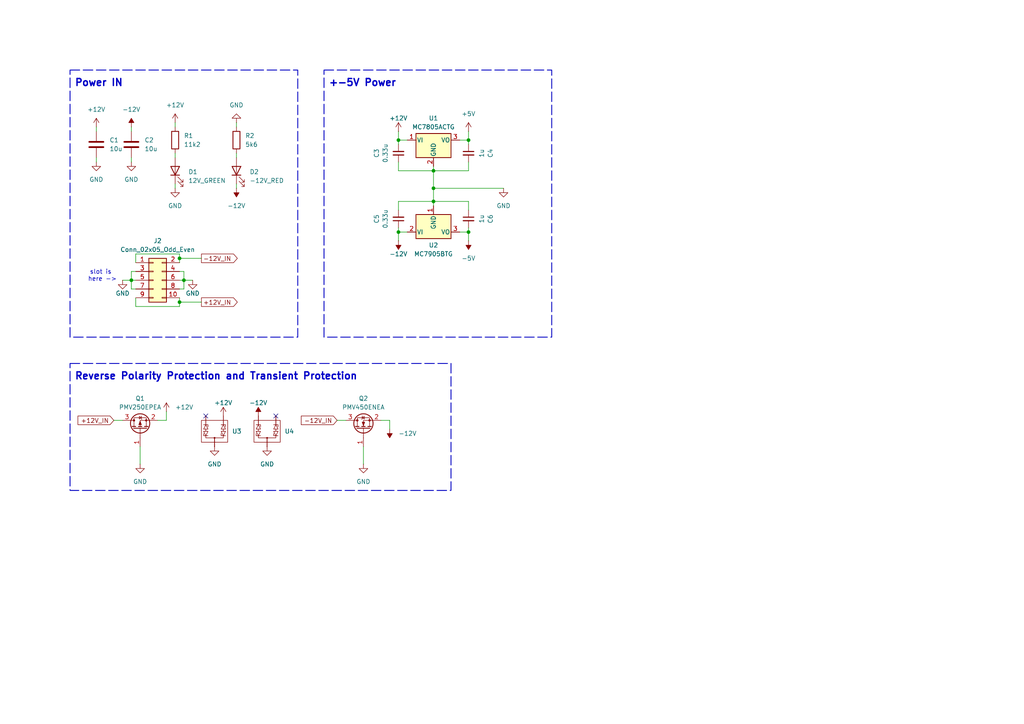
<source format=kicad_sch>
(kicad_sch (version 20231120) (generator "eeschema") (generator_version "8.0")
  (paper "A4")
  (title_block (title "Analog Computer Math Module") (date "2025-01-29") (rev "1") (company "Saal 2025") (comment 1 "Input Power"))
  (lib_symbols
    (symbol "Analog_computing:VCAN16A2-03S-E3-08" (pin_numbers hide) (pin_names (offset 0) hide)
      (property "Reference" "U" (at -1.27 0 0))
      (symbol "VCAN16A2-03S-E3-08_0_1"
        (polyline (pts (xy 0 -2.54) (xy 0.635 -2.54)))
        (polyline (pts (xy 0 2.54) (xy 0.635 2.54)))
        (polyline (pts (xy -1.27 -3.175) (xy -1.27 -1.905) (xy -0.635 -1.905)))
        (polyline (pts (xy -1.27 1.905) (xy -1.27 3.175) (xy -0.635 3.175)))
        (polyline (pts (xy 1.905 -1.905) (xy 1.905 -3.175) (xy 1.27 -3.175)))
        (polyline (pts (xy 1.905 3.175) (xy 1.905 1.905) (xy 1.27 1.905)))
        (polyline (pts (xy -1.27 -2.54) (xy 0 -1.905) (xy 0 -3.175) (xy -1.27 -2.54)))
        (polyline (pts (xy -1.27 2.54) (xy 0 3.175) (xy 0 1.905) (xy -1.27 2.54)))
        (polyline (pts (xy 0.635 -3.175) (xy 0.635 -1.905) (xy 1.905 -2.54) (xy 0.635 -3.175)))
        (polyline (pts (xy 0.635 3.175) (xy 0.635 1.905) (xy 1.905 2.54) (xy 0.635 3.175)))
        (polyline (pts (xy 1.905 2.54) (xy 2.54 2.54) (xy 2.54 -2.54) (xy 1.905 -2.54)))
      )
      (symbol "VCAN16A2-03S-E3-08_1_1"
        (rectangle (start -2.54 3.81) (end 3.81 -3.81))
        (circle (center 2.54 0) (radius 0.254) (stroke (width -0.0001)) (fill (type outline)))
        (pin input line (at -3.81 2.54 0) (length 2.54) (name "IN1") (number "1"))
        (pin input line (at -3.81 -2.54 0) (length 2.54) (name "IN2") (number "2"))
        (pin input line (at 5.08 0 180) (length 2.54) (name "OUT") (number "3"))
      )
    )
    (symbol "Connector_Generic:Conn_02x05_Odd_Even" (pin_names (offset 1.016) hide)
      (property "Reference" "J" (at 1.27 7.62 0))
      (property "Value" "Conn_02x05_Odd_Even" (at 1.27 -7.62 0))
      (symbol "Conn_02x05_Odd_Even_1_1"
        (rectangle (start -1.27 -4.953) (end 0 -5.207) (stroke (width 0.1524)))
        (rectangle (start -1.27 -2.413) (end 0 -2.667) (stroke (width 0.1524)))
        (rectangle (start -1.27 0.127) (end 0 -0.127) (stroke (width 0.1524)))
        (rectangle (start -1.27 2.667) (end 0 2.413) (stroke (width 0.1524)))
        (rectangle (start -1.27 5.207) (end 0 4.953) (stroke (width 0.1524)))
        (rectangle (start -1.27 6.35) (end 3.81 -6.35) (stroke (width 0.254)) (fill (type background)))
        (rectangle (start 3.81 -4.953) (end 2.54 -5.207) (stroke (width 0.1524)))
        (rectangle (start 3.81 -2.413) (end 2.54 -2.667) (stroke (width 0.1524)))
        (rectangle (start 3.81 0.127) (end 2.54 -0.127) (stroke (width 0.1524)))
        (rectangle (start 3.81 2.667) (end 2.54 2.413) (stroke (width 0.1524)))
        (rectangle (start 3.81 5.207) (end 2.54 4.953) (stroke (width 0.1524)))
        (pin passive line (at -5.08 5.08 0) (length 3.81) (name "Pin_1") (number "1"))
        (pin passive line (at 7.62 -5.08 180) (length 3.81) (name "Pin_10") (number "10"))
        (pin passive line (at 7.62 5.08 180) (length 3.81) (name "Pin_2") (number "2"))
        (pin passive line (at -5.08 2.54 0) (length 3.81) (name "Pin_3") (number "3"))
        (pin passive line (at 7.62 2.54 180) (length 3.81) (name "Pin_4") (number "4"))
        (pin passive line (at -5.08 0 0) (length 3.81) (name "Pin_5") (number "5"))
        (pin passive line (at 7.62 0 180) (length 3.81) (name "Pin_6") (number "6"))
        (pin passive line (at -5.08 -2.54 0) (length 3.81) (name "Pin_7") (number "7"))
        (pin passive line (at 7.62 -2.54 180) (length 3.81) (name "Pin_8") (number "8"))
        (pin passive line (at -5.08 -5.08 0) (length 3.81) (name "Pin_9") (number "9"))
      )
    )
    (symbol "Device:C" (pin_numbers hide) (pin_names (offset 0.254))
      (property "Reference" "C" (at 0.635 2.54 0))
      (property "Value" "C" (at 0.635 -2.54 0))
      (symbol "C_0_1"
        (polyline (pts (xy -2.032 -0.762) (xy 2.032 -0.762)) (stroke (width 0.508)))
        (polyline (pts (xy -2.032 0.762) (xy 2.032 0.762)) (stroke (width 0.508)))
      )
      (symbol "C_1_1"
        (pin passive line (at 0 3.81 270) (length 2.794) (name "~") (number "1"))
        (pin passive line (at 0 -3.81 90) (length 2.794) (name "~") (number "2"))
      )
    )
    (symbol "Device:C_Small" (pin_numbers hide) (pin_names (offset 0.254) hide)
      (property "Reference" "C" (at 0.254 1.778 0))
      (property "Value" "C_Small" (at 0.254 -2.032 0))
      (symbol "C_Small_0_1"
        (polyline (pts (xy -1.524 -0.508) (xy 1.524 -0.508)) (stroke (width 0.3302)))
        (polyline (pts (xy -1.524 0.508) (xy 1.524 0.508)) (stroke (width 0.3048)))
      )
      (symbol "C_Small_1_1"
        (pin passive line (at 0 2.54 270) (length 2.032) (name "~") (number "1"))
        (pin passive line (at 0 -2.54 90) (length 2.032) (name "~") (number "2"))
      )
    )
    (symbol "Device:LED" (pin_numbers hide) (pin_names (offset 1.016) hide)
      (property "Reference" "D" (at 0 2.54 0))
      (property "Value" "LED" (at 0 -2.54 0))
      (symbol "LED_0_1"
        (polyline (pts (xy -1.27 -1.27) (xy -1.27 1.27)) (stroke (width 0.254)))
        (polyline (pts (xy -1.27 0) (xy 1.27 0)))
        (polyline (pts (xy 1.27 -1.27) (xy 1.27 1.27) (xy -1.27 0) (xy 1.27 -1.27)) (stroke (width 0.254)))
        (polyline (pts (xy -3.048 -0.762) (xy -4.572 -2.286) (xy -3.81 -2.286) (xy -4.572 -2.286) (xy -4.572 -1.524)))
        (polyline (pts (xy -1.778 -0.762) (xy -3.302 -2.286) (xy -2.54 -2.286) (xy -3.302 -2.286) (xy -3.302 -1.524)))
      )
      (symbol "LED_1_1"
        (pin passive line (at -3.81 0 0) (length 2.54) (name "K") (number "1"))
        (pin passive line (at 3.81 0 180) (length 2.54) (name "A") (number "2"))
      )
    )
    (symbol "Device:Q_NMOS_GSD" (pin_names (offset 0) hide)
      (property "Reference" "Q" (at 5.08 1.27 0))
      (property "Value" "Q_NMOS_GSD" (at 5.08 -1.27 0))
      (symbol "Q_NMOS_GSD_0_1"
        (polyline (pts (xy 0.254 0) (xy -2.54 0)))
        (polyline (pts (xy 0.254 1.905) (xy 0.254 -1.905)) (stroke (width 0.254)))
        (polyline (pts (xy 0.762 -1.27) (xy 0.762 -2.286)) (stroke (width 0.254)))
        (polyline (pts (xy 0.762 0.508) (xy 0.762 -0.508)) (stroke (width 0.254)))
        (polyline (pts (xy 0.762 2.286) (xy 0.762 1.27)) (stroke (width 0.254)))
        (polyline (pts (xy 2.54 2.54) (xy 2.54 1.778)))
        (polyline (pts (xy 2.54 -2.54) (xy 2.54 0) (xy 0.762 0)))
        (polyline (pts (xy 0.762 -1.778) (xy 3.302 -1.778) (xy 3.302 1.778) (xy 0.762 1.778)))
        (polyline (pts (xy 1.016 0) (xy 2.032 0.381) (xy 2.032 -0.381) (xy 1.016 0)) (fill (type outline)))
        (polyline (pts (xy 2.794 0.508) (xy 2.921 0.381) (xy 3.683 0.381) (xy 3.81 0.254)))
        (polyline (pts (xy 3.302 0.381) (xy 2.921 -0.254) (xy 3.683 -0.254) (xy 3.302 0.381)))
        (circle (center 1.651 0) (radius 2.794) (stroke (width 0.254)))
        (circle (center 2.54 -1.778) (radius 0.254) (fill (type outline)))
        (circle (center 2.54 1.778) (radius 0.254) (fill (type outline)))
      )
      (symbol "Q_NMOS_GSD_1_1"
        (pin input line (at -5.08 0 0) (length 2.54) (name "G") (number "1"))
        (pin passive line (at 2.54 -5.08 90) (length 2.54) (name "S") (number "2"))
        (pin passive line (at 2.54 5.08 270) (length 2.54) (name "D") (number "3"))
      )
    )
    (symbol "Device:Q_PMOS_GSD" (pin_names (offset 0) hide)
      (property "Reference" "Q" (at 5.08 1.27 0))
      (property "Value" "Q_PMOS_GSD" (at 5.08 -1.27 0))
      (symbol "Q_PMOS_GSD_0_1"
        (polyline (pts (xy 0.254 0) (xy -2.54 0)))
        (polyline (pts (xy 0.254 1.905) (xy 0.254 -1.905)) (stroke (width 0.254)))
        (polyline (pts (xy 0.762 -1.27) (xy 0.762 -2.286)) (stroke (width 0.254)))
        (polyline (pts (xy 0.762 0.508) (xy 0.762 -0.508)) (stroke (width 0.254)))
        (polyline (pts (xy 0.762 2.286) (xy 0.762 1.27)) (stroke (width 0.254)))
        (polyline (pts (xy 2.54 2.54) (xy 2.54 1.778)))
        (polyline (pts (xy 2.54 -2.54) (xy 2.54 0) (xy 0.762 0)))
        (polyline (pts (xy 0.762 1.778) (xy 3.302 1.778) (xy 3.302 -1.778) (xy 0.762 -1.778)))
        (polyline (pts (xy 2.286 0) (xy 1.27 0.381) (xy 1.27 -0.381) (xy 2.286 0)) (fill (type outline)))
        (polyline (pts (xy 2.794 -0.508) (xy 2.921 -0.381) (xy 3.683 -0.381) (xy 3.81 -0.254)))
        (polyline (pts (xy 3.302 -0.381) (xy 2.921 0.254) (xy 3.683 0.254) (xy 3.302 -0.381)))
        (circle (center 1.651 0) (radius 2.794) (stroke (width 0.254)))
        (circle (center 2.54 -1.778) (radius 0.254) (fill (type outline)))
        (circle (center 2.54 1.778) (radius 0.254) (fill (type outline)))
      )
      (symbol "Q_PMOS_GSD_1_1"
        (pin input line (at -5.08 0 0) (length 2.54) (name "G") (number "1"))
        (pin passive line (at 2.54 -5.08 90) (length 2.54) (name "S") (number "2"))
        (pin passive line (at 2.54 5.08 270) (length 2.54) (name "D") (number "3"))
      )
    )
    (symbol "Device:R" (pin_numbers hide) (pin_names (offset 0))
      (property "Reference" "R" (at 2.032 0 90))
      (property "Value" "R" (at 0 0 90))
      (symbol "R_0_1"
        (rectangle (start -1.016 -2.54) (end 1.016 2.54) (stroke (width 0.254)))
      )
      (symbol "R_1_1"
        (pin passive line (at 0 3.81 270) (length 1.27) (name "~") (number "1"))
        (pin passive line (at 0 -3.81 90) (length 1.27) (name "~") (number "2"))
      )
    )
    (symbol "Regulator_Linear:LM7805_TO220" (pin_names (offset 0.254))
      (property "Reference" "U" (at -3.81 3.175 0))
      (property "Value" "LM7805_TO220" (at 0 3.175 0))
      (symbol "LM7805_TO220_0_1"
        (rectangle (start -5.08 1.905) (end 5.08 -5.08) (stroke (width 0.254)) (fill (type background)))
      )
      (symbol "LM7805_TO220_1_1"
        (pin power_in line (at -7.62 0 0) (length 2.54) (name "VI") (number "1"))
        (pin power_in line (at 0 -7.62 90) (length 2.54) (name "GND") (number "2"))
        (pin power_out line (at 7.62 0 180) (length 2.54) (name "VO") (number "3"))
      )
    )
    (symbol "Regulator_Linear:MC7905" (pin_names (offset 0.254))
      (property "Reference" "U" (at -3.81 -3.175 0))
      (property "Value" "MC7905" (at 0 -3.175 0))
      (symbol "MC7905_0_1"
        (rectangle (start -5.08 5.08) (end 5.08 -1.905) (stroke (width 0.254)) (fill (type background)))
      )
      (symbol "MC7905_1_1"
        (pin power_in line (at 0 7.62 270) (length 2.54) (name "GND") (number "1"))
        (pin power_in line (at -7.62 0 0) (length 2.54) (name "VI") (number "2"))
        (pin power_out line (at 7.62 0 180) (length 2.54) (name "VO") (number "3"))
      )
    )
    (symbol "power:+12V" (power) (pin_numbers hide) (pin_names (offset 0) hide)
      (property "Value" "+12V" (at 0 3.556 0))
      (symbol "+12V_0_1"
        (polyline (pts (xy -0.762 1.27) (xy 0 2.54)))
        (polyline (pts (xy 0 0) (xy 0 2.54)))
        (polyline (pts (xy 0 2.54) (xy 0.762 1.27)))
      )
      (symbol "+12V_1_1"
        (pin power_in line (at 0 0 90) (length 0) (name "~") (number "1"))
      )
    )
    (symbol "power:+5V" (power) (pin_numbers hide) (pin_names (offset 0) hide)
      (property "Value" "+5V" (at 0 3.556 0))
      (symbol "+5V_0_1"
        (polyline (pts (xy -0.762 1.27) (xy 0 2.54)))
        (polyline (pts (xy 0 0) (xy 0 2.54)))
        (polyline (pts (xy 0 2.54) (xy 0.762 1.27)))
      )
      (symbol "+5V_1_1"
        (pin power_in line (at 0 0 90) (length 0) (name "~") (number "1"))
      )
    )
    (symbol "power:-12V" (power) (pin_numbers hide) (pin_names (offset 0) hide)
      (property "Value" "-12V" (at 0 3.556 0))
      (symbol "-12V_0_0"
        (pin power_in line (at 0 0 90) (length 0) (name "~") (number "1"))
      )
      (symbol "-12V_0_1"
        (polyline (pts (xy 0 0) (xy 0 1.27) (xy 0.762 1.27) (xy 0 2.54) (xy -0.762 1.27) (xy 0 1.27)) (fill (type outline)))
      )
    )
    (symbol "power:-5V" (power) (pin_numbers hide) (pin_names (offset 0) hide)
      (property "Value" "-5V" (at 0 3.556 0))
      (symbol "-5V_0_0"
        (pin power_in line (at 0 0 90) (length 0) (name "~") (number "1"))
      )
      (symbol "-5V_0_1"
        (polyline (pts (xy 0 0) (xy 0 1.27) (xy 0.762 1.27) (xy 0 2.54) (xy -0.762 1.27) (xy 0 1.27)) (fill (type outline)))
      )
    )
    (symbol "power:GND" (power) (pin_numbers hide) (pin_names (offset 0) hide)
      (property "Value" "GND" (at 0 -3.81 0))
      (symbol "GND_0_1"
        (polyline (pts (xy 0 0) (xy 0 -1.27) (xy 1.27 -1.27) (xy 0 -2.54) (xy -1.27 -1.27) (xy 0 -1.27)))
      )
      (symbol "GND_1_1"
        (pin power_in line (at 0 0 270) (length 0) (name "~") (number "1"))
      )
    )
  )
  (junction (at 125.73 54.61))
  (junction (at 125.73 49.53))
  (junction (at 52.07 87.63))
  (junction (at 125.73 58.42))
  (junction (at 53.34 81.28))
  (junction (at 135.89 67.31))
  (junction (at 135.89 40.64))
  (junction (at 38.1 81.28))
  (junction (at 115.57 40.64))
  (junction (at 52.07 74.93))
  (junction (at 115.57 67.31))
  (no_connect (at 80.01 120.65))
  (no_connect (at 59.69 120.65))
  (wire (pts (xy 115.57 58.42) (xy 125.73 58.42)))
  (wire (pts (xy 135.89 49.53) (xy 135.89 46.99)))
  (wire (pts (xy 68.58 44.45) (xy 68.58 45.72)))
  (wire (pts (xy 68.58 53.34) (xy 68.58 54.61)))
  (wire (pts (xy 115.57 46.99) (xy 115.57 49.53)))
  (wire (pts (xy 27.94 36.83) (xy 27.94 38.1)))
  (wire (pts (xy 35.56 81.28) (xy 38.1 81.28)))
  (wire (pts (xy 125.73 49.53) (xy 125.73 54.61)))
  (wire (pts (xy 125.73 54.61) (xy 146.05 54.61)))
  (wire (pts (xy 68.58 35.56) (xy 68.58 36.83)))
  (wire (pts (xy 125.73 49.53) (xy 125.73 48.26)))
  (wire (pts (xy 52.07 86.36) (xy 52.07 87.63)))
  (wire (pts (xy 133.35 67.31) (xy 135.89 67.31)))
  (wire (pts (xy 52.07 73.66) (xy 52.07 74.93)))
  (wire (pts (xy 115.57 66.04) (xy 115.57 67.31)))
  (wire (pts (xy 50.8 53.34) (xy 50.8 54.61)))
  (wire (pts (xy 52.07 83.82) (xy 53.34 83.82)))
  (wire (pts (xy 27.94 45.72) (xy 27.94 46.99)))
  (wire (pts (xy 48.26 119.38) (xy 48.26 121.92)))
  (wire (pts (xy 115.57 67.31) (xy 118.11 67.31)))
  (wire (pts (xy 115.57 60.96) (xy 115.57 58.42)))
  (wire (pts (xy 115.57 40.64) (xy 118.11 40.64)))
  (wire (pts (xy 125.73 54.61) (xy 125.73 58.42)))
  (wire (pts (xy 113.03 121.92) (xy 110.49 121.92)))
  (wire (pts (xy 135.89 67.31) (xy 135.89 66.04)))
  (wire (pts (xy 115.57 40.64) (xy 115.57 41.91)))
  (wire (pts (xy 135.89 38.1) (xy 135.89 40.64)))
  (wire (pts (xy 38.1 45.72) (xy 38.1 46.99)))
  (wire (pts (xy 105.41 129.54) (xy 105.41 134.62)))
  (wire (pts (xy 39.37 73.66) (xy 52.07 73.66)))
  (wire (pts (xy 52.07 74.93) (xy 58.42 74.93)))
  (wire (pts (xy 115.57 38.1) (xy 115.57 40.64)))
  (wire (pts (xy 38.1 81.28) (xy 39.37 81.28)))
  (wire (pts (xy 38.1 83.82) (xy 38.1 81.28)))
  (wire (pts (xy 40.64 129.54) (xy 40.64 134.62)))
  (wire (pts (xy 38.1 78.74) (xy 38.1 81.28)))
  (wire (pts (xy 52.07 81.28) (xy 53.34 81.28)))
  (wire (pts (xy 125.73 58.42) (xy 135.89 58.42)))
  (wire (pts (xy 125.73 58.42) (xy 125.73 59.69)))
  (wire (pts (xy 115.57 69.85) (xy 115.57 67.31)))
  (wire (pts (xy 115.57 49.53) (xy 125.73 49.53)))
  (wire (pts (xy 39.37 73.66) (xy 39.37 76.2)))
  (wire (pts (xy 33.02 121.92) (xy 35.56 121.92)))
  (wire (pts (xy 39.37 88.9) (xy 52.07 88.9)))
  (wire (pts (xy 125.73 49.53) (xy 135.89 49.53)))
  (wire (pts (xy 58.42 87.63) (xy 52.07 87.63)))
  (wire (pts (xy 53.34 78.74) (xy 53.34 81.28)))
  (wire (pts (xy 52.07 74.93) (xy 52.07 76.2)))
  (wire (pts (xy 135.89 69.85) (xy 135.89 67.31)))
  (wire (pts (xy 38.1 36.83) (xy 38.1 38.1)))
  (wire (pts (xy 52.07 87.63) (xy 52.07 88.9)))
  (wire (pts (xy 135.89 58.42) (xy 135.89 60.96)))
  (wire (pts (xy 53.34 83.82) (xy 53.34 81.28)))
  (wire (pts (xy 39.37 86.36) (xy 39.37 88.9)))
  (wire (pts (xy 45.72 121.92) (xy 48.26 121.92)))
  (wire (pts (xy 135.89 41.91) (xy 135.89 40.64)))
  (wire (pts (xy 50.8 44.45) (xy 50.8 45.72)))
  (wire (pts (xy 52.07 78.74) (xy 53.34 78.74)))
  (wire (pts (xy 135.89 40.64) (xy 133.35 40.64)))
  (wire (pts (xy 50.8 35.56) (xy 50.8 36.83)))
  (wire (pts (xy 113.03 124.46) (xy 113.03 121.92)))
  (wire (pts (xy 39.37 83.82) (xy 38.1 83.82)))
  (wire (pts (xy 39.37 78.74) (xy 38.1 78.74)))
  (wire (pts (xy 97.79 121.92) (xy 100.33 121.92)))
  (wire (pts (xy 53.34 81.28) (xy 55.88 81.28)))
  (rectangle (start 20.32 20.32) (end 86.36 97.79) (stroke (width 0.254) (type dash)))
  (rectangle (start 20.32 105.41) (end 130.81 142.24) (stroke (width 0.254) (type dash)))
  (rectangle (start 93.98 20.32) (end 160.02 97.79) (stroke (width 0.254) (type dash)))
  (text "Reverse Polarity Protection and Transient Protection" (at 21.59 109.22 0) (effects (font (size 2.032 2.032) (thickness 0.4064) (bold yes)) (justify left)))
  (text "Power IN" (at 21.59 24.13 0) (effects (font (size 2.032 2.032) (thickness 0.4064) (bold yes)) (justify left)))
  (text "slot is\n here ->" (at 29.21 80.01 0) (effects (font (size 1.27 1.27))))
  (text "+-5V Power" (at 95.25 24.13 0) (effects (font (size 2.032 2.032) (thickness 0.4064) (bold yes)) (justify left)))
  (global_label "+12V_IN" (shape input) (at 33.02 121.92 180) (property "Intersheetrefs" "${INTERSHEET_REFS}" (effects (hide yes))))
  (global_label "-12V_IN" (shape output) (at 58.42 74.93 0) (property "Intersheetrefs" "${INTERSHEET_REFS}" (effects (hide yes))))
  (global_label "-12V_IN" (shape input) (at 97.79 121.92 180) (property "Intersheetrefs" "${INTERSHEET_REFS}" (effects (hide yes))))
  (global_label "+12V_IN" (shape output) (at 58.42 87.63 0) (property "Intersheetrefs" "${INTERSHEET_REFS}" (effects (hide yes))))
  (symbol (lib_id "Device:LED") (at 50.8 49.53 90) (unit 1)
    (property "Reference" "D1" (at 54.61 49.8474 90) (effects (justify right)))
    (property "Value" "12V_GREEN" (at 54.61 52.3874 90) (effects (justify right)))
    (property "Footprint" "LED_SMD:LED_1206_3216Metric" (effects (hide yes)))
    (property "Description" "Light emitting diode" (effects (hide yes)))
  )
  (symbol (lib_id "Device:Q_PMOS_GSD") (at 40.64 124.46 90) (unit 1)
    (property "Reference" "Q1" (at 40.64 115.57 90))
    (property "Value" "PMV250EPEA" (at 40.64 118.11 90))
    (property "Footprint" "Package_TO_SOT_SMD:SOT-23_Handsoldering" (effects (hide yes)))
    (property "Description" "P-MOSFET transistor, gate/source/drain" (effects (hide yes)))
  )
  (symbol (lib_id "power:-12V") (at 113.03 124.46 180) (unit 1)
    (property "Reference" "#PWR021" (effects (hide yes)))
    (property "Value" "-12V" (at 115.57 125.7299 0) (effects (justify right)))
    (property "Description" "Power symbol creates a global label with name \"-12V\"" (effects (hide yes)))
    (instances (project "Analog_Computer_Division_Module" (path "" (reference "#PWR021") (unit 1))) (project "Analog_Computer_Division_Module" (path "" (reference "#PWR016") (unit 1))))
  )
  (symbol (lib_id "power:+5V") (at 135.89 38.1 0) (unit 1)
    (property "Reference" "#PWR08" (effects (hide yes)))
    (property "Value" "+5V" (at 135.89 33.02 0))
    (property "Description" "Power symbol creates a global label with name \"+5V\"" (effects (hide yes)))
  )
  (symbol (lib_id "Device:C_Small") (at 115.57 44.45 180) (unit 1)
    (property "Reference" "C3" (at 109.22 44.45 90))
    (property "Value" "0.33u" (at 111.76 44.4437 90))
    (property "Footprint" "Capacitor_SMD:C_1206_3216Metric_Pad1.33x1.80mm_HandSolder" (effects (hide yes)))
    (property "Description" "Unpolarized capacitor, small symbol" (effects (hide yes)))
  )
  (symbol (lib_id "Regulator_Linear:MC7905") (at 125.73 67.31 0) (unit 1)
    (property "Reference" "U2" (at 125.73 71.12 0))
    (property "Value" "MC7905BTG" (at 125.73 73.66 0))
    (property "Footprint" "Package_TO_SOT_THT:TO-220-3_Vertical" (effects (hide yes)))
    (property "Datasheet" "http://www.onsemi.com/pub/Collateral/MC7900-D.PDF" (effects (hide yes)))
    (property "Description" "Negative 1A 35V Linear Regulator, Fixed Output -5V, TO-220/TO-263" (effects (hide yes)))
  )
  (symbol (lib_id "power:GND") (at 38.1 46.99 0) (unit 1)
    (property "Reference" "#PWR010" (effects (hide yes)))
    (property "Value" "GND" (at 38.1 52.07 0))
    (property "Description" "Power symbol creates a global label with name \"GND\" , ground" (effects (hide yes)))
    (instances (project "Analog_Computer_Division_Module" (path "" (reference "#PWR010") (unit 1))) (project "Analog_Computer_Division_Module" (path "" (reference "#PWR08") (unit 1))))
  )
  (symbol (lib_id "Regulator_Linear:LM7805_TO220") (at 125.73 40.64 0) (unit 1)
    (property "Reference" "U1" (at 125.73 34.29 0))
    (property "Value" "MC7805ACTG" (at 125.73 36.83 0))
    (property "Footprint" "Package_TO_SOT_THT:TO-220-3_Vertical" (effects (hide yes)))
    (property "Datasheet" "https://www.onsemi.cn/PowerSolutions/document/MC7800-D.PDF" (effects (hide yes)))
    (property "Description" "Positive 1A 35V Linear Regulator, Fixed Output 5V, TO-220" (effects (hide yes)))
  )
  (symbol (lib_id "Analog_computing:VCAN16A2-03S-E3-08") (at 62.23 124.46 270) (unit 1)
    (property "Reference" "U3" (at 67.31 125.0949 90) (effects (justify left)))
    (property "Value" "VCAN16A2" (effects (hide yes)))
    (property "Footprint" "analog_computing:VCAN16A2-03S-E3-08" (effects (hide yes)))
    (instances (project "Analog_Computer_Division_Module" (path "" (reference "U3") (unit 1))) (project "Analog_Computer_Division_Module" (path "" (reference "U1") (unit 1))))
  )
  (symbol (lib_id "power:-12V") (at 68.58 54.61 180) (unit 1)
    (property "Reference" "#PWR012" (effects (hide yes)))
    (property "Value" "-12V" (at 68.58 59.69 0))
    (property "Description" "Power symbol creates a global label with name \"-12V\"" (effects (hide yes)))
    (instances (project "Analog_Computer_Division_Module" (path "" (reference "#PWR012") (unit 1))) (project "Analog_Computer_Division_Module" (path "" (reference "#PWR010") (unit 1))))
  )
  (symbol (lib_id "Device:C_Small") (at 115.57 63.5 180) (unit 1)
    (property "Reference" "C5" (at 109.22 63.5 90))
    (property "Value" "0.33u" (at 111.76 63.4937 90))
    (property "Footprint" "Capacitor_SMD:C_1206_3216Metric_Pad1.33x1.80mm_HandSolder" (effects (hide yes)))
    (property "Description" "Unpolarized capacitor, small symbol" (effects (hide yes)))
  )
  (symbol (lib_id "power:GND") (at 40.64 134.62 0) (unit 1)
    (property "Reference" "#PWR024" (effects (hide yes)))
    (property "Value" "GND" (at 40.64 139.7 0))
    (property "Description" "Power symbol creates a global label with name \"GND\" , ground" (effects (hide yes)))
    (instances (project "Analog_Computer_Division_Module" (path "" (reference "#PWR024") (unit 1))) (project "Analog_Computer_Division_Module" (path "" (reference "#PWR019") (unit 1))))
  )
  (symbol (lib_id "power:GND") (at 55.88 81.28 0) (unit 1)
    (property "Reference" "#PWR017" (effects (hide yes)))
    (property "Value" "GND" (at 55.88 85.09 0))
    (property "Description" "Power symbol creates a global label with name \"GND\" , ground" (effects (hide yes)))
    (instances (project "Analog_Computer_Division_Module" (path "" (reference "#PWR017") (unit 1))) (project "Analog_Computer_Division_Module" (path "" (reference "#PWR012") (unit 1))))
  )
  (symbol (lib_id "Device:C_Small") (at 135.89 63.5 0) (unit 1)
    (property "Reference" "C6" (at 142.24 63.5 90))
    (property "Value" "1u" (at 139.7 63.5063 90))
    (property "Footprint" "Capacitor_SMD:C_1206_3216Metric_Pad1.33x1.80mm_HandSolder" (effects (hide yes)))
    (property "Description" "Unpolarized capacitor, small symbol" (effects (hide yes)))
  )
  (symbol (lib_id "Device:C") (at 27.94 41.91 0) (unit 1)
    (property "Reference" "C1" (at 31.75 40.6399 0) (effects (justify left)))
    (property "Value" "10u" (at 31.75 43.1799 0) (effects (justify left)))
    (property "Footprint" "Capacitor_SMD:C_1206_3216Metric_Pad1.33x1.80mm_HandSolder" (effects (hide yes)))
    (property "Description" "Unpolarized capacitor" (effects (hide yes)))
  )
  (symbol (lib_id "power:-12V") (at 115.57 69.85 180) (unit 1)
    (property "Reference" "#PWR014" (effects (hide yes)))
    (property "Value" "-12V" (at 115.57 73.66 0))
    (property "Description" "Power symbol creates a global label with name \"-12V\"" (effects (hide yes)))
  )
  (symbol (lib_id "Device:C") (at 38.1 41.91 0) (unit 1)
    (property "Reference" "C2" (at 41.91 40.6399 0) (effects (justify left)))
    (property "Value" "10u" (at 41.91 43.1799 0) (effects (justify left)))
    (property "Footprint" "Capacitor_SMD:C_1206_3216Metric_Pad1.33x1.80mm_HandSolder" (effects (hide yes)))
    (property "Description" "Unpolarized capacitor" (effects (hide yes)))
  )
  (symbol (lib_id "Device:R") (at 68.58 40.64 0) (unit 1)
    (property "Reference" "R2" (at 71.12 39.3699 0) (effects (justify left)))
    (property "Value" "5k6" (at 71.12 41.9099 0) (effects (justify left)))
    (property "Footprint" "Resistor_SMD:R_1206_3216Metric_Pad1.30x1.75mm_HandSolder" (effects (hide yes)))
    (property "Description" "Resistor" (effects (hide yes)))
  )
  (symbol (lib_id "power:GND") (at 35.56 81.28 0) (unit 1)
    (property "Reference" "#PWR016" (effects (hide yes)))
    (property "Value" "GND" (at 35.56 85.09 0))
    (property "Description" "Power symbol creates a global label with name \"GND\" , ground" (effects (hide yes)))
    (instances (project "Analog_Computer_Division_Module" (path "" (reference "#PWR016") (unit 1))) (project "Analog_Computer_Division_Module" (path "" (reference "#PWR011") (unit 1))))
  )
  (symbol (lib_id "power:-12V") (at 38.1 36.83 0) (unit 1)
    (property "Reference" "#PWR06" (effects (hide yes)))
    (property "Value" "-12V" (at 38.1 31.75 0))
    (property "Description" "Power symbol creates a global label with name \"-12V\"" (effects (hide yes)))
  )
  (symbol (lib_id "power:+12V") (at 27.94 36.83 0) (unit 1)
    (property "Reference" "#PWR05" (effects (hide yes)))
    (property "Value" "+12V" (at 27.94 31.75 0))
    (property "Description" "Power symbol creates a global label with name \"+12V\"" (effects (hide yes)))
  )
  (symbol (lib_id "power:-12V") (at 74.93 120.65 0) (unit 1)
    (property "Reference" "#PWR020" (effects (hide yes)))
    (property "Value" "-12V" (at 74.93 116.84 0))
    (property "Description" "Power symbol creates a global label with name \"-12V\"" (effects (hide yes)))
    (instances (project "Analog_Computer_Division_Module" (path "" (reference "#PWR020") (unit 1))) (project "Analog_Computer_Division_Module" (path "" (reference "#PWR015") (unit 1))))
  )
  (symbol (lib_id "Analog_computing:VCAN16A2-03S-E3-08") (at 77.47 124.46 270) (unit 1)
    (property "Reference" "U4" (at 82.55 125.0949 90) (effects (justify left)))
    (property "Value" "VCAN16A2" (effects (hide yes)))
    (property "Footprint" "analog_computing:VCAN16A2-03S-E3-08" (effects (hide yes)))
    (instances (project "Analog_Computer_Division_Module" (path "" (reference "U4") (unit 1))) (project "Analog_Computer_Division_Module" (path "" (reference "U2") (unit 1))))
  )
  (symbol (lib_id "power:GND") (at 50.8 54.61 0) (unit 1)
    (property "Reference" "#PWR011" (effects (hide yes)))
    (property "Value" "GND" (at 50.8 59.69 0))
    (property "Description" "Power symbol creates a global label with name \"GND\" , ground" (effects (hide yes)))
    (instances (project "Analog_Computer_Division_Module" (path "" (reference "#PWR011") (unit 1))) (project "Analog_Computer_Division_Module" (path "" (reference "#PWR09") (unit 1))))
  )
  (symbol (lib_id "power:GND") (at 77.47 129.54 0) (unit 1)
    (property "Reference" "#PWR023" (effects (hide yes)))
    (property "Value" "GND" (at 77.47 134.62 0))
    (property "Description" "Power symbol creates a global label with name \"GND\" , ground" (effects (hide yes)))
    (instances (project "Analog_Computer_Division_Module" (path "" (reference "#PWR023") (unit 1))) (project "Analog_Computer_Division_Module" (path "" (reference "#PWR018") (unit 1))))
  )
  (symbol (lib_id "power:GND") (at 105.41 134.62 0) (unit 1)
    (property "Reference" "#PWR025" (effects (hide yes)))
    (property "Value" "GND" (at 105.41 139.7 0))
    (property "Description" "Power symbol creates a global label with name \"GND\" , ground" (effects (hide yes)))
    (instances (project "Analog_Computer_Division_Module" (path "" (reference "#PWR025") (unit 1))) (project "Analog_Computer_Division_Module" (path "" (reference "#PWR020") (unit 1))))
  )
  (symbol (lib_id "Device:LED") (at 68.58 49.53 90) (unit 1)
    (property "Reference" "D2" (at 72.39 49.8474 90) (effects (justify right)))
    (property "Value" "-12V_RED" (at 72.39 52.3874 90) (effects (justify right)))
    (property "Footprint" "LED_SMD:LED_1206_3216Metric" (effects (hide yes)))
    (property "Description" "Light emitting diode" (effects (hide yes)))
  )
  (symbol (lib_id "power:GND") (at 62.23 129.54 0) (unit 1)
    (property "Reference" "#PWR022" (effects (hide yes)))
    (property "Value" "GND" (at 62.23 134.62 0))
    (property "Description" "Power symbol creates a global label with name \"GND\" , ground" (effects (hide yes)))
    (instances (project "Analog_Computer_Division_Module" (path "" (reference "#PWR022") (unit 1))) (project "Analog_Computer_Division_Module" (path "" (reference "#PWR017") (unit 1))))
  )
  (symbol (lib_id "power:GND") (at 68.58 35.56 180) (unit 1)
    (property "Reference" "#PWR04" (effects (hide yes)))
    (property "Value" "GND" (at 68.58 30.48 0))
    (property "Description" "Power symbol creates a global label with name \"GND\" , ground" (effects (hide yes)))
  )
  (symbol (lib_id "Connector_Generic:Conn_02x05_Odd_Even") (at 44.45 81.28 0) (unit 1)
    (property "Reference" "J2" (at 45.72 69.85 0))
    (property "Value" "Conn_02x05_Odd_Even" (at 45.72 72.39 0))
    (property "Footprint" "Connector_PinHeader_2.54mm:PinHeader_2x05_P2.54mm_Vertical" (effects (hide yes)))
    (property "Description" "Generic connector, double row, 02x05, odd/even pin numbering scheme (row 1 odd numbers, row 2 even numbers), script generated (kicad-library-utils/schlib/autogen/connector/)" (effects (hide yes)))
    (instances (project "Analog_Computer_Division_Module" (path "" (reference "J2") (unit 1))) (project "Analog_Computer_Division_Module" (path "" (reference "J3") (unit 1))))
  )
  (symbol (lib_id "power:+12V") (at 48.26 119.38 0) (unit 1)
    (property "Reference" "#PWR018" (effects (hide yes)))
    (property "Value" "+12V" (at 50.8 118.1099 0) (effects (justify left)))
    (property "Description" "Power symbol creates a global label with name \"+12V\"" (effects (hide yes)))
    (instances (project "Analog_Computer_Division_Module" (path "" (reference "#PWR018") (unit 1))) (project "Analog_Computer_Division_Module" (path "" (reference "#PWR013") (unit 1))))
  )
  (symbol (lib_id "Device:Q_NMOS_GSD") (at 105.41 124.46 90) (unit 1)
    (property "Reference" "Q2" (at 105.41 115.57 90))
    (property "Value" "PMV450ENEA" (at 105.41 118.11 90))
    (property "Footprint" "Package_TO_SOT_SMD:SOT-23_Handsoldering" (effects (hide yes)))
    (property "Description" "N-MOSFET transistor, gate/source/drain" (effects (hide yes)))
  )
  (symbol (lib_id "Device:C_Small") (at 135.89 44.45 0) (unit 1)
    (property "Reference" "C4" (at 142.24 44.45 90))
    (property "Value" "1u" (at 139.7 44.4563 90))
    (property "Footprint" "Capacitor_SMD:C_1206_3216Metric_Pad1.33x1.80mm_HandSolder" (effects (hide yes)))
    (property "Description" "Unpolarized capacitor, small symbol" (effects (hide yes)))
  )
  (symbol (lib_id "Device:R") (at 50.8 40.64 0) (unit 1)
    (property "Reference" "R1" (at 53.34 39.3699 0) (effects (justify left)))
    (property "Value" "11k2" (at 53.34 41.9099 0) (effects (justify left)))
    (property "Footprint" "Resistor_SMD:R_1206_3216Metric_Pad1.30x1.75mm_HandSolder" (effects (hide yes)))
    (property "Description" "Resistor" (effects (hide yes)))
  )
  (symbol (lib_id "power:GND") (at 146.05 54.61 0) (unit 1)
    (property "Reference" "#PWR013" (effects (hide yes)))
    (property "Value" "GND" (at 146.05 59.69 0))
    (property "Description" "Power symbol creates a global label with name \"GND\" , ground" (effects (hide yes)))
  )
  (symbol (lib_id "power:+12V") (at 50.8 35.56 0) (unit 1)
    (property "Reference" "#PWR03" (effects (hide yes)))
    (property "Value" "+12V" (at 50.8 30.48 0))
    (property "Description" "Power symbol creates a global label with name \"+12V\"" (effects (hide yes)))
  )
  (symbol (lib_id "power:+12V") (at 115.57 38.1 0) (unit 1)
    (property "Reference" "#PWR07" (effects (hide yes)))
    (property "Value" "+12V" (at 115.57 34.29 0))
    (property "Description" "Power symbol creates a global label with name \"+12V\"" (effects (hide yes)))
  )
  (symbol (lib_id "power:-5V") (at 135.89 69.85 180) (unit 1)
    (property "Reference" "#PWR015" (effects (hide yes)))
    (property "Value" "-5V" (at 135.89 74.93 0))
    (property "Description" "Power symbol creates a global label with name \"-5V\"" (effects (hide yes)))
  )
  (symbol (lib_id "power:+12V") (at 64.77 120.65 0) (unit 1)
    (property "Reference" "#PWR019" (effects (hide yes)))
    (property "Value" "+12V" (at 64.77 116.84 0))
    (property "Description" "Power symbol creates a global label with name \"+12V\"" (effects (hide yes)))
    (instances (project "Analog_Computer_Division_Module" (path "" (reference "#PWR019") (unit 1))) (project "Analog_Computer_Division_Module" (path "" (reference "#PWR014") (unit 1))))
  )
  (symbol (lib_id "power:GND") (at 27.94 46.99 0) (unit 1)
    (property "Reference" "#PWR09" (effects (hide yes)))
    (property "Value" "GND" (at 27.94 52.07 0))
    (property "Description" "Power symbol creates a global label with name \"GND\" , ground" (effects (hide yes)))
    (instances (project "Analog_Computer_Division_Module" (path "" (reference "#PWR09") (unit 1))) (project "Analog_Computer_Division_Module" (path "" (reference "#PWR07") (unit 1))))
  )
)
</source>
